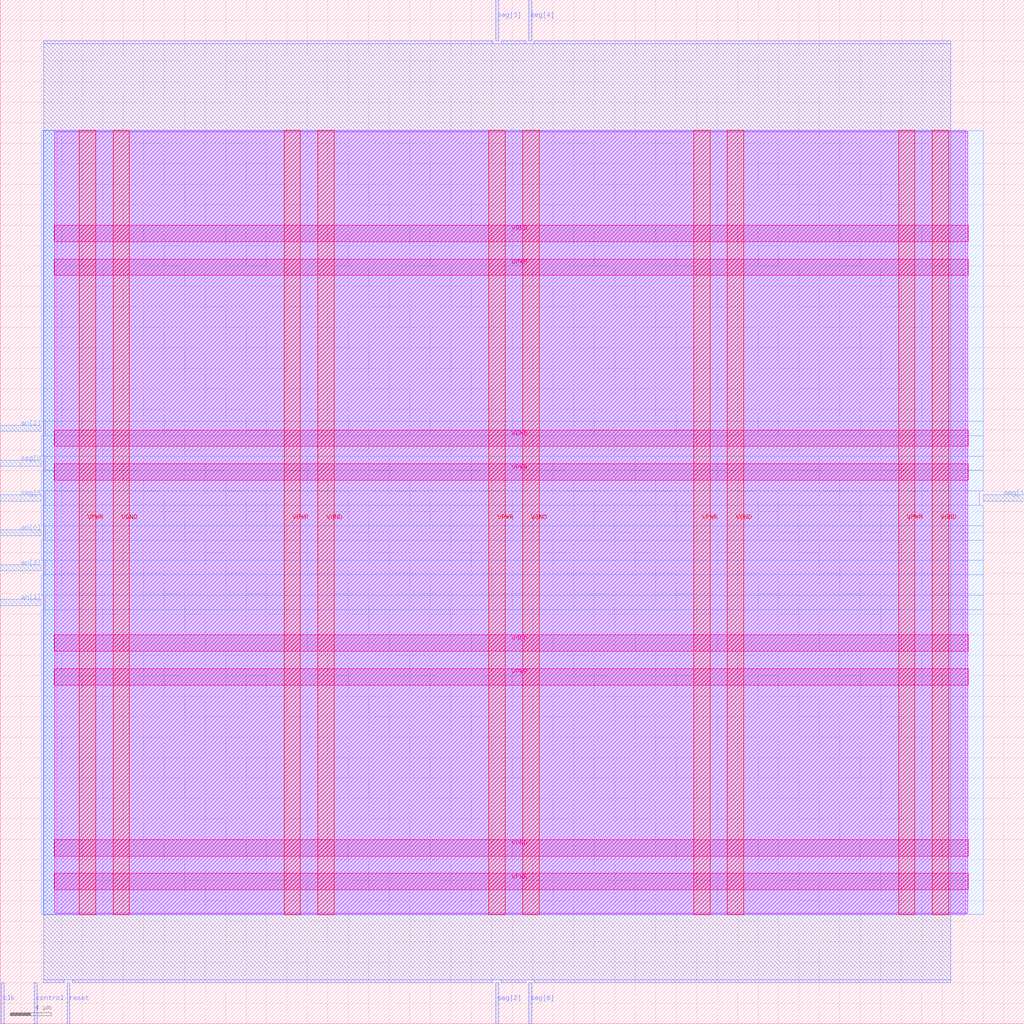
<source format=lef>
VERSION 5.7 ;
  NOWIREEXTENSIONATPIN ON ;
  DIVIDERCHAR "/" ;
  BUSBITCHARS "[]" ;
MACRO cpu_lab6
  CLASS BLOCK ;
  FOREIGN cpu_lab6 ;
  ORIGIN 0.000 0.000 ;
  SIZE 100.000 BY 100.000 ;
  PIN VGND
    DIRECTION INOUT ;
    USE GROUND ;
    PORT
      LAYER met4 ;
        RECT 11.020 10.640 12.620 87.280 ;
    END
    PORT
      LAYER met4 ;
        RECT 31.020 10.640 32.620 87.280 ;
    END
    PORT
      LAYER met4 ;
        RECT 51.020 10.640 52.620 87.280 ;
    END
    PORT
      LAYER met4 ;
        RECT 71.020 10.640 72.620 87.280 ;
    END
    PORT
      LAYER met4 ;
        RECT 91.020 10.640 92.620 87.280 ;
    END
    PORT
      LAYER met5 ;
        RECT 5.280 16.380 94.540 17.980 ;
    END
    PORT
      LAYER met5 ;
        RECT 5.280 36.380 94.540 37.980 ;
    END
    PORT
      LAYER met5 ;
        RECT 5.280 56.380 94.540 57.980 ;
    END
    PORT
      LAYER met5 ;
        RECT 5.280 76.380 94.540 77.980 ;
    END
  END VGND
  PIN VPWR
    DIRECTION INOUT ;
    USE POWER ;
    PORT
      LAYER met4 ;
        RECT 7.720 10.640 9.320 87.280 ;
    END
    PORT
      LAYER met4 ;
        RECT 27.720 10.640 29.320 87.280 ;
    END
    PORT
      LAYER met4 ;
        RECT 47.720 10.640 49.320 87.280 ;
    END
    PORT
      LAYER met4 ;
        RECT 67.720 10.640 69.320 87.280 ;
    END
    PORT
      LAYER met4 ;
        RECT 87.720 10.640 89.320 87.280 ;
    END
    PORT
      LAYER met5 ;
        RECT 5.280 13.080 94.540 14.680 ;
    END
    PORT
      LAYER met5 ;
        RECT 5.280 33.080 94.540 34.680 ;
    END
    PORT
      LAYER met5 ;
        RECT 5.280 53.080 94.540 54.680 ;
    END
    PORT
      LAYER met5 ;
        RECT 5.280 73.080 94.540 74.680 ;
    END
  END VPWR
  PIN an[0]
    DIRECTION OUTPUT ;
    USE SIGNAL ;
    PORT
      LAYER met3 ;
        RECT 0.000 47.640 4.000 48.240 ;
    END
  END an[0]
  PIN an[1]
    DIRECTION OUTPUT ;
    USE SIGNAL ;
    PORT
      LAYER met3 ;
        RECT 0.000 40.840 4.000 41.440 ;
    END
  END an[1]
  PIN an[2]
    DIRECTION OUTPUT ;
    USE SIGNAL ;
    PORT
      LAYER met3 ;
        RECT 0.000 57.840 4.000 58.440 ;
    END
  END an[2]
  PIN an[3]
    DIRECTION OUTPUT ;
    USE SIGNAL ;
    PORT
      LAYER met3 ;
        RECT 0.000 44.240 4.000 44.840 ;
    END
  END an[3]
  PIN clk
    DIRECTION INPUT ;
    USE SIGNAL ;
    PORT
      LAYER met2 ;
        RECT 0.090 0.000 0.370 4.000 ;
    END
  END clk
  PIN control
    DIRECTION INPUT ;
    USE SIGNAL ;
    PORT
      LAYER met2 ;
        RECT 3.310 0.000 3.590 4.000 ;
    END
  END control
  PIN reset
    DIRECTION INPUT ;
    USE SIGNAL ;
    PORT
      LAYER met2 ;
        RECT 6.530 0.000 6.810 4.000 ;
    END
  END reset
  PIN seg[0]
    DIRECTION OUTPUT ;
    USE SIGNAL ;
    PORT
      LAYER met3 ;
        RECT 0.000 54.440 4.000 55.040 ;
    END
  END seg[0]
  PIN seg[1]
    DIRECTION OUTPUT ;
    USE SIGNAL ;
    PORT
      LAYER met3 ;
        RECT 96.000 51.040 100.000 51.640 ;
    END
  END seg[1]
  PIN seg[2]
    DIRECTION OUTPUT ;
    USE SIGNAL ;
    PORT
      LAYER met2 ;
        RECT 48.390 0.000 48.670 4.000 ;
    END
  END seg[2]
  PIN seg[3]
    DIRECTION OUTPUT ;
    USE SIGNAL ;
    PORT
      LAYER met2 ;
        RECT 48.390 96.000 48.670 100.000 ;
    END
  END seg[3]
  PIN seg[4]
    DIRECTION OUTPUT ;
    USE SIGNAL ;
    PORT
      LAYER met2 ;
        RECT 51.610 96.000 51.890 100.000 ;
    END
  END seg[4]
  PIN seg[5]
    DIRECTION OUTPUT ;
    USE SIGNAL ;
    PORT
      LAYER met3 ;
        RECT 0.000 51.040 4.000 51.640 ;
    END
  END seg[5]
  PIN seg[6]
    DIRECTION OUTPUT ;
    USE SIGNAL ;
    PORT
      LAYER met2 ;
        RECT 51.610 0.000 51.890 4.000 ;
    END
  END seg[6]
  OBS
      LAYER nwell ;
        RECT 5.330 10.795 94.490 87.125 ;
      LAYER li1 ;
        RECT 5.520 10.795 94.300 87.125 ;
      LAYER met1 ;
        RECT 4.210 10.640 94.300 87.280 ;
      LAYER met2 ;
        RECT 4.230 95.720 48.110 96.000 ;
        RECT 48.950 95.720 51.330 96.000 ;
        RECT 52.170 95.720 92.830 96.000 ;
        RECT 4.230 4.280 92.830 95.720 ;
        RECT 4.230 4.000 6.250 4.280 ;
        RECT 7.090 4.000 48.110 4.280 ;
        RECT 48.950 4.000 51.330 4.280 ;
        RECT 52.170 4.000 92.830 4.280 ;
      LAYER met3 ;
        RECT 3.990 58.840 96.000 87.205 ;
        RECT 4.400 57.440 96.000 58.840 ;
        RECT 3.990 55.440 96.000 57.440 ;
        RECT 4.400 54.040 96.000 55.440 ;
        RECT 3.990 52.040 96.000 54.040 ;
        RECT 4.400 50.640 95.600 52.040 ;
        RECT 3.990 48.640 96.000 50.640 ;
        RECT 4.400 47.240 96.000 48.640 ;
        RECT 3.990 45.240 96.000 47.240 ;
        RECT 4.400 43.840 96.000 45.240 ;
        RECT 3.990 41.840 96.000 43.840 ;
        RECT 4.400 40.440 96.000 41.840 ;
        RECT 3.990 10.715 96.000 40.440 ;
  END
END cpu_lab6
END LIBRARY


</source>
